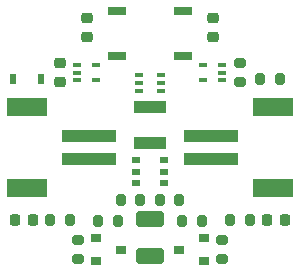
<source format=gtp>
%TF.GenerationSoftware,KiCad,Pcbnew,8.0.5*%
%TF.CreationDate,2024-09-30T10:49:06+01:00*%
%TF.ProjectId,Soft_Power_Switch,536f6674-5f50-46f7-9765-725f53776974,v01*%
%TF.SameCoordinates,Original*%
%TF.FileFunction,Paste,Top*%
%TF.FilePolarity,Positive*%
%FSLAX46Y46*%
G04 Gerber Fmt 4.6, Leading zero omitted, Abs format (unit mm)*
G04 Created by KiCad (PCBNEW 8.0.5) date 2024-09-30 10:49:06*
%MOMM*%
%LPD*%
G01*
G04 APERTURE LIST*
G04 Aperture macros list*
%AMRoundRect*
0 Rectangle with rounded corners*
0 $1 Rounding radius*
0 $2 $3 $4 $5 $6 $7 $8 $9 X,Y pos of 4 corners*
0 Add a 4 corners polygon primitive as box body*
4,1,4,$2,$3,$4,$5,$6,$7,$8,$9,$2,$3,0*
0 Add four circle primitives for the rounded corners*
1,1,$1+$1,$2,$3*
1,1,$1+$1,$4,$5*
1,1,$1+$1,$6,$7*
1,1,$1+$1,$8,$9*
0 Add four rect primitives between the rounded corners*
20,1,$1+$1,$2,$3,$4,$5,0*
20,1,$1+$1,$4,$5,$6,$7,0*
20,1,$1+$1,$6,$7,$8,$9,0*
20,1,$1+$1,$8,$9,$2,$3,0*%
G04 Aperture macros list end*
%ADD10R,1.524000X0.762000*%
%ADD11RoundRect,0.218750X0.218750X0.256250X-0.218750X0.256250X-0.218750X-0.256250X0.218750X-0.256250X0*%
%ADD12RoundRect,0.218750X-0.218750X-0.256250X0.218750X-0.256250X0.218750X0.256250X-0.218750X0.256250X0*%
%ADD13RoundRect,0.250000X-0.925000X0.412500X-0.925000X-0.412500X0.925000X-0.412500X0.925000X0.412500X0*%
%ADD14R,0.800000X0.550000*%
%ADD15R,0.700000X0.300000*%
%ADD16RoundRect,0.200000X-0.275000X0.200000X-0.275000X-0.200000X0.275000X-0.200000X0.275000X0.200000X0*%
%ADD17RoundRect,0.200000X-0.200000X-0.275000X0.200000X-0.275000X0.200000X0.275000X-0.200000X0.275000X0*%
%ADD18RoundRect,0.200000X0.275000X-0.200000X0.275000X0.200000X-0.275000X0.200000X-0.275000X-0.200000X0*%
%ADD19R,0.900000X0.800000*%
%ADD20R,4.600000X1.000000*%
%ADD21R,3.400000X1.600000*%
%ADD22RoundRect,0.200000X0.200000X0.275000X-0.200000X0.275000X-0.200000X-0.275000X0.200000X-0.275000X0*%
%ADD23RoundRect,0.225000X0.250000X-0.225000X0.250000X0.225000X-0.250000X0.225000X-0.250000X-0.225000X0*%
%ADD24R,0.660000X0.300000*%
%ADD25R,0.630000X0.830000*%
%ADD26R,2.800000X1.000000*%
G04 APERTURE END LIST*
D10*
%TO.C,SW1*%
X9906000Y24257000D03*
X15494000Y24257000D03*
X9906000Y20447000D03*
X15494000Y20447000D03*
%TD*%
D11*
%TO.C,D3*%
X24155500Y6604000D03*
X22580500Y6604000D03*
%TD*%
D12*
%TO.C,D2*%
X1244500Y6604000D03*
X2819500Y6604000D03*
%TD*%
D13*
%TO.C,C2*%
X12700000Y6617500D03*
X12700000Y3542500D03*
%TD*%
D14*
%TO.C,Q3*%
X11500000Y11618000D03*
X11500000Y10668000D03*
X11500000Y9718000D03*
X13900000Y9718000D03*
X13900000Y10668000D03*
X13900000Y11618000D03*
%TD*%
D15*
%TO.C,U2*%
X6566000Y19700000D03*
X6566000Y19050000D03*
X6566000Y18400000D03*
X8166000Y18400000D03*
X8166000Y19700000D03*
%TD*%
D16*
%TO.C,R8*%
X18796000Y4889000D03*
X18796000Y3239000D03*
%TD*%
D17*
%TO.C,R4*%
X19495000Y6604000D03*
X21145000Y6604000D03*
%TD*%
D18*
%TO.C,R1*%
X20320000Y18225000D03*
X20320000Y19875000D03*
%TD*%
D19*
%TO.C,Q1*%
X8144000Y5014000D03*
X8144000Y3114000D03*
X10244000Y4064000D03*
%TD*%
D16*
%TO.C,R6*%
X6604000Y4889000D03*
X6604000Y3239000D03*
%TD*%
D20*
%TO.C,J2*%
X17890000Y13700000D03*
X17890000Y11700000D03*
D21*
X23090000Y16100000D03*
X23090000Y9300000D03*
%TD*%
D22*
%TO.C,R3*%
X5905000Y6604000D03*
X4255000Y6604000D03*
%TD*%
D23*
%TO.C,C4*%
X18034000Y22085000D03*
X18034000Y23635000D03*
%TD*%
D17*
%TO.C,R5*%
X8319000Y6477000D03*
X9969000Y6477000D03*
%TD*%
D23*
%TO.C,C3*%
X7366000Y22085000D03*
X7366000Y23635000D03*
%TD*%
D24*
%TO.C,U4*%
X11780000Y18811000D03*
X11780000Y18161000D03*
X11780000Y17511000D03*
X13620000Y17511000D03*
X13620000Y18161000D03*
X13620000Y18811000D03*
%TD*%
D25*
%TO.C,D1*%
X3436000Y18542000D03*
X1136000Y18542000D03*
%TD*%
D17*
%TO.C,R7*%
X15431000Y6477000D03*
X17081000Y6477000D03*
%TD*%
D15*
%TO.C,U3*%
X18834000Y18400000D03*
X18834000Y19050000D03*
X18834000Y19700000D03*
X17234000Y19700000D03*
X17234000Y18400000D03*
%TD*%
D17*
%TO.C,R2*%
X22035000Y18542000D03*
X23685000Y18542000D03*
%TD*%
D20*
%TO.C,J1*%
X7510000Y11700000D03*
X7510000Y13700000D03*
D21*
X2310000Y9300000D03*
X2310000Y16100000D03*
%TD*%
D17*
%TO.C,R9*%
X13526000Y8255000D03*
X15176000Y8255000D03*
%TD*%
D23*
%TO.C,C1*%
X5080000Y18275000D03*
X5080000Y19825000D03*
%TD*%
D22*
%TO.C,R10*%
X11874000Y8255000D03*
X10224000Y8255000D03*
%TD*%
D26*
%TO.C,F1*%
X12700000Y13105000D03*
X12700000Y16105000D03*
%TD*%
D19*
%TO.C,Q2*%
X17256000Y3114000D03*
X17256000Y5014000D03*
X15156000Y4064000D03*
%TD*%
M02*

</source>
